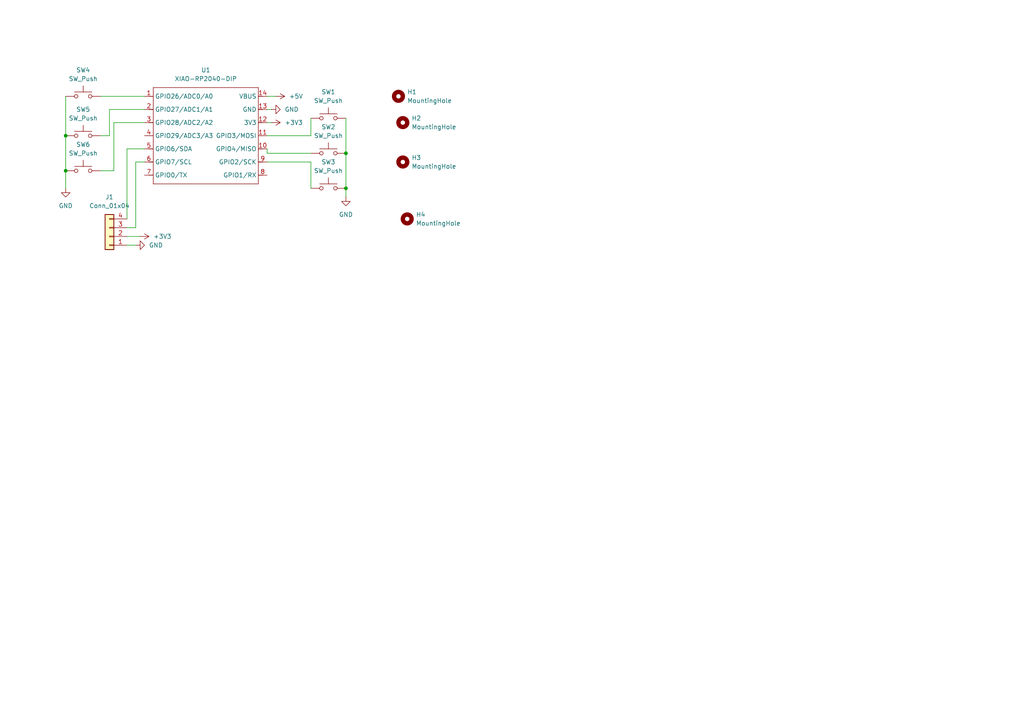
<source format=kicad_sch>
(kicad_sch (version 20250114) (generator "eeschema") (generator_version "9.0")
  (paper "A4")
  (lib_symbols
    (symbol "Connector_Generic:Conn_01x04" (pin_names (offset 1.016) (hide yes))
      (property "Reference" "J" (at 0 5.08 0))
      (property "Value" "Conn_01x04" (at 0 -7.62 0))
      (symbol "Conn_01x04_1_1"
        (rectangle (start -1.27 3.81) (end 1.27 -6.35) (stroke (width 0.254)) (fill (type background)))
        (rectangle (start -1.27 2.667) (end 0 2.413) (stroke (width 0.1524)))
        (rectangle (start -1.27 0.127) (end 0 -0.127) (stroke (width 0.1524)))
        (rectangle (start -1.27 -2.413) (end 0 -2.667) (stroke (width 0.1524)))
        (rectangle (start -1.27 -4.953) (end 0 -5.207) (stroke (width 0.1524)))
        (pin passive line (at -5.08 2.54 0) (length 3.81) (name "Pin_1") (number "1"))
        (pin passive line (at -5.08 0 0) (length 3.81) (name "Pin_2") (number "2"))
        (pin passive line (at -5.08 -2.54 0) (length 3.81) (name "Pin_3") (number "3"))
        (pin passive line (at -5.08 -5.08 0) (length 3.81) (name "Pin_4") (number "4"))
      )
    )
    (symbol "Mechanical:MountingHole" (pin_names (offset 1.016)) (in_bom no)
      (property "Reference" "H" (at 0 5.08 0))
      (property "Value" "MountingHole" (at 0 3.175 0))
      (symbol "MountingHole_0_1"
        (circle (center 0 0) (radius 1.27) (stroke (width 1.27)))
      )
    )
    (symbol "Seeed_Studio_XIAO_Series:XIAO-RP2040-DIP"
      (property "Reference" "U" (at 0 0 0))
      (property "Value" "XIAO-RP2040-DIP" (at 5.334 -1.778 0))
      (symbol "XIAO-RP2040-DIP_1_0"
        (polyline (pts (xy -1.27 -2.54) (xy 29.21 -2.54)) (stroke (width 0.1524)))
        (polyline (pts (xy -1.27 -5.08) (xy -2.54 -5.08)) (stroke (width 0.1524)))
        (polyline (pts (xy -1.27 -5.08) (xy -1.27 -2.54)) (stroke (width 0.1524)))
        (polyline (pts (xy -1.27 -8.89) (xy -2.54 -8.89)) (stroke (width 0.1524)))
        (polyline (pts (xy -1.27 -8.89) (xy -1.27 -5.08)) (stroke (width 0.1524)))
        (polyline (pts (xy -1.27 -12.7) (xy -2.54 -12.7)) (stroke (width 0.1524)))
        (polyline (pts (xy -1.27 -12.7) (xy -1.27 -8.89)) (stroke (width 0.1524)))
        (polyline (pts (xy -1.27 -16.51) (xy -2.54 -16.51)) (stroke (width 0.1524)))
        (polyline (pts (xy -1.27 -16.51) (xy -1.27 -12.7)) (stroke (width 0.1524)))
        (polyline (pts (xy -1.27 -20.32) (xy -2.54 -20.32)) (stroke (width 0.1524)))
        (polyline (pts (xy -1.27 -24.13) (xy -2.54 -24.13)) (stroke (width 0.1524)))
        (polyline (pts (xy -1.27 -27.94) (xy -2.54 -27.94)) (stroke (width 0.1524)))
        (polyline (pts (xy -1.27 -30.48) (xy -1.27 -16.51)) (stroke (width 0.1524)))
        (polyline (pts (xy 29.21 -2.54) (xy 29.21 -5.08)) (stroke (width 0.1524)))
        (polyline (pts (xy 29.21 -5.08) (xy 29.21 -8.89)) (stroke (width 0.1524)))
        (polyline (pts (xy 29.21 -8.89) (xy 29.21 -12.7)) (stroke (width 0.1524)))
        (polyline (pts (xy 29.21 -12.7) (xy 29.21 -30.48)) (stroke (width 0.1524)))
        (polyline (pts (xy 29.21 -30.48) (xy -1.27 -30.48)) (stroke (width 0.1524)))
        (polyline (pts (xy 30.48 -5.08) (xy 29.21 -5.08)) (stroke (width 0.1524)))
        (polyline (pts (xy 30.48 -8.89) (xy 29.21 -8.89)) (stroke (width 0.1524)))
        (polyline (pts (xy 30.48 -12.7) (xy 29.21 -12.7)) (stroke (width 0.1524)))
        (polyline (pts (xy 30.48 -16.51) (xy 29.21 -16.51)) (stroke (width 0.1524)))
        (polyline (pts (xy 30.48 -20.32) (xy 29.21 -20.32)) (stroke (width 0.1524)))
        (polyline (pts (xy 30.48 -24.13) (xy 29.21 -24.13)) (stroke (width 0.1524)))
        (polyline (pts (xy 30.48 -27.94) (xy 29.21 -27.94)) (stroke (width 0.1524)))
        (pin passive line (at -3.81 -5.08 0) (length 2.54) (name "GPIO26/ADC0/A0") (number "1"))
        (pin passive line (at -3.81 -8.89 0) (length 2.54) (name "GPIO27/ADC1/A1") (number "2"))
        (pin passive line (at -3.81 -12.7 0) (length 2.54) (name "GPIO28/ADC2/A2") (number "3"))
        (pin passive line (at -3.81 -16.51 0) (length 2.54) (name "GPIO29/ADC3/A3") (number "4"))
        (pin passive line (at -3.81 -20.32 0) (length 2.54) (name "GPIO6/SDA") (number "5"))
        (pin passive line (at -3.81 -24.13 0) (length 2.54) (name "GPIO7/SCL") (number "6"))
        (pin passive line (at -3.81 -27.94 0) (length 2.54) (name "GPIO0/TX") (number "7"))
        (pin passive line (at 31.75 -5.08 180) (length 2.54) (name "VBUS") (number "14"))
        (pin passive line (at 31.75 -8.89 180) (length 2.54) (name "GND") (number "13"))
        (pin passive line (at 31.75 -12.7 180) (length 2.54) (name "3V3") (number "12"))
        (pin passive line (at 31.75 -16.51 180) (length 2.54) (name "GPIO3/MOSI") (number "11"))
        (pin passive line (at 31.75 -20.32 180) (length 2.54) (name "GPIO4/MISO") (number "10"))
        (pin passive line (at 31.75 -24.13 180) (length 2.54) (name "GPIO2/SCK") (number "9"))
        (pin passive line (at 31.75 -27.94 180) (length 2.54) (name "GPIO1/RX") (number "8"))
      )
    )
    (symbol "Switch:SW_Push" (pin_numbers (hide yes)) (pin_names (offset 1.016) (hide yes))
      (property "Reference" "SW" (at 1.27 2.54 0))
      (property "Value" "SW_Push" (at 0 -1.524 0))
      (symbol "SW_Push_0_1"
        (circle (center -2.032 0) (radius 0.508))
        (polyline (pts (xy 0 1.27) (xy 0 3.048)))
        (circle (center 2.032 0) (radius 0.508))
        (polyline (pts (xy 2.54 1.27) (xy -2.54 1.27)))
        (pin passive line (at -5.08 0 0) (length 2.54) (name "1") (number "1"))
        (pin passive line (at 5.08 0 180) (length 2.54) (name "2") (number "2"))
      )
    )
    (symbol "power:+3V3" (power) (pin_numbers (hide yes)) (pin_names (offset 0) (hide yes))
      (property "Value" "+3V3" (at 0 3.556 0))
      (symbol "+3V3_0_1"
        (polyline (pts (xy -0.762 1.27) (xy 0 2.54)))
        (polyline (pts (xy 0 2.54) (xy 0.762 1.27)))
        (polyline (pts (xy 0 0) (xy 0 2.54)))
      )
      (symbol "+3V3_1_1"
        (pin power_in line (at 0 0 90) (length 0) (name "~") (number "1"))
      )
    )
    (symbol "power:+5V" (power) (pin_numbers (hide yes)) (pin_names (offset 0) (hide yes))
      (property "Value" "+5V" (at 0 3.556 0))
      (symbol "+5V_0_1"
        (polyline (pts (xy -0.762 1.27) (xy 0 2.54)))
        (polyline (pts (xy 0 2.54) (xy 0.762 1.27)))
        (polyline (pts (xy 0 0) (xy 0 2.54)))
      )
      (symbol "+5V_1_1"
        (pin power_in line (at 0 0 90) (length 0) (name "~") (number "1"))
      )
    )
    (symbol "power:GND" (power) (pin_numbers (hide yes)) (pin_names (offset 0) (hide yes))
      (property "Value" "GND" (at 0 -3.81 0))
      (symbol "GND_0_1"
        (polyline (pts (xy 0 0) (xy 0 -1.27) (xy 1.27 -1.27) (xy 0 -2.54) (xy -1.27 -1.27) (xy 0 -1.27)))
      )
      (symbol "GND_1_1"
        (pin power_in line (at 0 0 270) (length 0) (name "~") (number "1"))
      )
    )
  )
  (junction (at 100.33 54.61))
  (junction (at 19.05 39.37))
  (junction (at 19.05 49.53))
  (junction (at 100.33 44.45))
  (wire (pts (xy 77.47 44.45) (xy 77.47 43.18)))
  (wire (pts (xy 33.02 35.56) (xy 33.02 49.53)))
  (wire (pts (xy 36.83 43.18) (xy 41.91 43.18)))
  (wire (pts (xy 41.91 35.56) (xy 33.02 35.56)))
  (wire (pts (xy 90.17 46.99) (xy 77.47 46.99)))
  (wire (pts (xy 39.37 66.04) (xy 36.83 66.04)))
  (wire (pts (xy 31.75 31.75) (xy 41.91 31.75)))
  (wire (pts (xy 90.17 54.61) (xy 90.17 46.99)))
  (wire (pts (xy 19.05 27.94) (xy 19.05 39.37)))
  (wire (pts (xy 36.83 68.58) (xy 40.64 68.58)))
  (wire (pts (xy 77.47 35.56) (xy 78.74 35.56)))
  (wire (pts (xy 33.02 49.53) (xy 29.21 49.53)))
  (wire (pts (xy 100.33 44.45) (xy 100.33 54.61)))
  (wire (pts (xy 31.75 39.37) (xy 31.75 31.75)))
  (wire (pts (xy 90.17 39.37) (xy 77.47 39.37)))
  (wire (pts (xy 100.33 34.29) (xy 100.33 44.45)))
  (wire (pts (xy 77.47 31.75) (xy 78.74 31.75)))
  (wire (pts (xy 39.37 46.99) (xy 39.37 66.04)))
  (wire (pts (xy 29.21 27.94) (xy 41.91 27.94)))
  (wire (pts (xy 77.47 27.94) (xy 80.01 27.94)))
  (wire (pts (xy 41.91 46.99) (xy 39.37 46.99)))
  (wire (pts (xy 90.17 44.45) (xy 77.47 44.45)))
  (wire (pts (xy 36.83 63.5) (xy 36.83 43.18)))
  (wire (pts (xy 29.21 39.37) (xy 31.75 39.37)))
  (wire (pts (xy 100.33 54.61) (xy 100.33 57.15)))
  (wire (pts (xy 36.83 71.12) (xy 39.37 71.12)))
  (wire (pts (xy 19.05 49.53) (xy 19.05 54.61)))
  (wire (pts (xy 19.05 39.37) (xy 19.05 49.53)))
  (wire (pts (xy 90.17 34.29) (xy 90.17 39.37)))
  (symbol (lib_id "Switch:SW_Push") (at 95.25 34.29 0) (unit 1)
    (property "Reference" "SW1" (at 95.25 26.67 0))
    (property "Value" "SW_Push" (at 95.25 29.21 0))
    (property "Footprint" "Button_Switch_Keyboard:SW_Cherry_MX_1.00u_PCB" (effects (hide yes)))
    (property "Description" "Push button switch, generic, two pins" (effects (hide yes)))
  )
  (symbol (lib_id "Switch:SW_Push") (at 24.13 49.53 0) (unit 1)
    (property "Reference" "SW6" (at 24.13 41.91 0))
    (property "Value" "SW_Push" (at 24.13 44.45 0))
    (property "Footprint" "Button_Switch_Keyboard:SW_Cherry_MX_1.00u_PCB" (effects (hide yes)))
    (property "Description" "Push button switch, generic, two pins" (effects (hide yes)))
  )
  (symbol (lib_id "power:GND") (at 100.33 57.15 0) (unit 1)
    (property "Reference" "#PWR01" (effects (hide yes)))
    (property "Value" "GND" (at 100.33 62.23 0))
    (property "Description" "Power symbol creates a global label with name \"GND\" , ground" (effects (hide yes)))
  )
  (symbol (lib_id "Switch:SW_Push") (at 24.13 39.37 0) (unit 1)
    (property "Reference" "SW5" (at 24.13 31.75 0))
    (property "Value" "SW_Push" (at 24.13 34.29 0))
    (property "Footprint" "Button_Switch_Keyboard:SW_Cherry_MX_1.00u_PCB" (effects (hide yes)))
    (property "Description" "Push button switch, generic, two pins" (effects (hide yes)))
  )
  (symbol (lib_id "power:+5V") (at 80.01 27.94 270) (unit 1)
    (property "Reference" "#PWR03" (effects (hide yes)))
    (property "Value" "+5V" (at 83.82 27.9399 90) (effects (justify left)))
    (property "Description" "Power symbol creates a global label with name \"+5V\"" (effects (hide yes)))
  )
  (symbol (lib_id "Mechanical:MountingHole") (at 118.11 63.5 0) (unit 1) (in_bom no)
    (property "Reference" "H4" (at 120.65 62.2299 0) (effects (justify left)))
    (property "Value" "MountingHole" (at 120.65 64.7699 0) (effects (justify left)))
    (property "Footprint" "MountingHole:MountingHole_3mm" (effects (hide yes)))
    (property "Description" "Mounting Hole without connection" (effects (hide yes)))
  )
  (symbol (lib_id "Switch:SW_Push") (at 95.25 44.45 0) (unit 1)
    (property "Reference" "SW2" (at 95.25 36.83 0))
    (property "Value" "SW_Push" (at 95.25 39.37 0))
    (property "Footprint" "Button_Switch_Keyboard:SW_Cherry_MX_1.00u_PCB" (effects (hide yes)))
    (property "Description" "Push button switch, generic, two pins" (effects (hide yes)))
  )
  (symbol (lib_id "Mechanical:MountingHole") (at 115.57 27.94 0) (unit 1) (in_bom no)
    (property "Reference" "H1" (at 118.11 26.6699 0) (effects (justify left)))
    (property "Value" "MountingHole" (at 118.11 29.2099 0) (effects (justify left)))
    (property "Footprint" "MountingHole:MountingHole_3mm" (effects (hide yes)))
    (property "Description" "Mounting Hole without connection" (effects (hide yes)))
  )
  (symbol (lib_id "power:GND") (at 19.05 54.61 0) (unit 1)
    (property "Reference" "#PWR04" (effects (hide yes)))
    (property "Value" "GND" (at 19.05 59.69 0))
    (property "Description" "Power symbol creates a global label with name \"GND\" , ground" (effects (hide yes)))
  )
  (symbol (lib_id "power:GND") (at 39.37 71.12 90) (unit 1)
    (property "Reference" "#PWR05" (effects (hide yes)))
    (property "Value" "GND" (at 43.18 71.1199 90) (effects (justify right)))
    (property "Description" "Power symbol creates a global label with name \"GND\" , ground" (effects (hide yes)))
  )
  (symbol (lib_id "Connector_Generic:Conn_01x04") (at 31.75 68.58 180) (unit 1)
    (property "Reference" "J1" (at 31.75 57.15 0))
    (property "Value" "Conn_01x04" (at 31.75 59.69 0))
    (property "Footprint" "Connector_PinHeader_2.54mm:PinHeader_1x04_P2.54mm_Vertical" (effects (hide yes)))
    (property "Description" "Generic connector, single row, 01x04, script generated (kicad-library-utils/schlib/autogen/connector/)" (effects (hide yes)))
  )
  (symbol (lib_id "Seeed_Studio_XIAO_Series:XIAO-RP2040-DIP") (at 45.72 22.86 0) (unit 1)
    (property "Reference" "U1" (at 59.69 20.32 0))
    (property "Value" "XIAO-RP2040-DIP" (at 59.69 22.86 0))
    (property "Footprint" "Seeed Studio XIAO Series Library:XIAO-RP2040-DIP" (effects (hide yes)))
  )
  (symbol (lib_id "Switch:SW_Push") (at 95.25 54.61 0) (unit 1)
    (property "Reference" "SW3" (at 95.25 46.99 0))
    (property "Value" "SW_Push" (at 95.25 49.53 0))
    (property "Footprint" "Button_Switch_Keyboard:SW_Cherry_MX_1.00u_PCB" (effects (hide yes)))
    (property "Description" "Push button switch, generic, two pins" (effects (hide yes)))
  )
  (symbol (lib_id "Switch:SW_Push") (at 24.13 27.94 0) (unit 1)
    (property "Reference" "SW4" (at 24.13 20.32 0))
    (property "Value" "SW_Push" (at 24.13 22.86 0))
    (property "Footprint" "Button_Switch_Keyboard:SW_Cherry_MX_1.00u_PCB" (effects (hide yes)))
    (property "Description" "Push button switch, generic, two pins" (effects (hide yes)))
  )
  (symbol (lib_id "Mechanical:MountingHole") (at 116.84 35.56 0) (unit 1) (in_bom no)
    (property "Reference" "H2" (at 119.38 34.2899 0) (effects (justify left)))
    (property "Value" "MountingHole" (at 119.38 36.8299 0) (effects (justify left)))
    (property "Footprint" "MountingHole:MountingHole_3mm" (effects (hide yes)))
    (property "Description" "Mounting Hole without connection" (effects (hide yes)))
  )
  (symbol (lib_id "power:GND") (at 78.74 31.75 90) (unit 1)
    (property "Reference" "#PWR02" (effects (hide yes)))
    (property "Value" "GND" (at 82.55 31.7499 90) (effects (justify right)))
    (property "Description" "Power symbol creates a global label with name \"GND\" , ground" (effects (hide yes)))
  )
  (symbol (lib_id "Mechanical:MountingHole") (at 116.84 46.99 0) (unit 1) (in_bom no)
    (property "Reference" "H3" (at 119.38 45.7199 0) (effects (justify left)))
    (property "Value" "MountingHole" (at 119.38 48.2599 0) (effects (justify left)))
    (property "Footprint" "MountingHole:MountingHole_3mm" (effects (hide yes)))
    (property "Description" "Mounting Hole without connection" (effects (hide yes)))
  )
  (symbol (lib_id "power:+3V3") (at 78.74 35.56 270) (unit 1)
    (property "Reference" "#PWR07" (effects (hide yes)))
    (property "Value" "+3V3" (at 82.55 35.5599 90) (effects (justify left)))
    (property "Description" "Power symbol creates a global label with name \"+3V3\"" (effects (hide yes)))
  )
  (symbol (lib_id "power:+3V3") (at 40.64 68.58 270) (unit 1)
    (property "Reference" "#PWR06" (effects (hide yes)))
    (property "Value" "+3V3" (at 44.45 68.5799 90) (effects (justify left)))
    (property "Description" "Power symbol creates a global label with name \"+3V3\"" (effects (hide yes)))
  )
)
</source>
